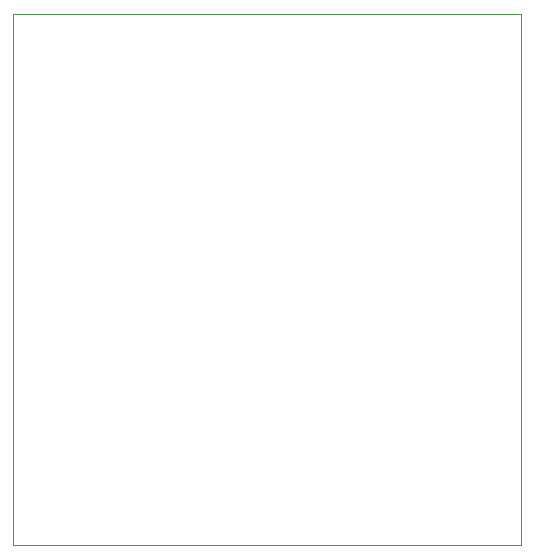
<source format=gbr>
%TF.GenerationSoftware,KiCad,Pcbnew,8.0.3*%
%TF.CreationDate,2025-04-14T11:30:41+02:00*%
%TF.ProjectId,picoballoon,7069636f-6261-46c6-9c6f-6f6e2e6b6963,rev?*%
%TF.SameCoordinates,Original*%
%TF.FileFunction,Profile,NP*%
%FSLAX46Y46*%
G04 Gerber Fmt 4.6, Leading zero omitted, Abs format (unit mm)*
G04 Created by KiCad (PCBNEW 8.0.3) date 2025-04-14 11:30:41*
%MOMM*%
%LPD*%
G01*
G04 APERTURE LIST*
%TA.AperFunction,Profile*%
%ADD10C,0.100000*%
%TD*%
G04 APERTURE END LIST*
D10*
X118790000Y-84010000D02*
X161790000Y-84010000D01*
X161790000Y-129010000D01*
X118790000Y-129010000D01*
X118790000Y-84010000D01*
M02*

</source>
